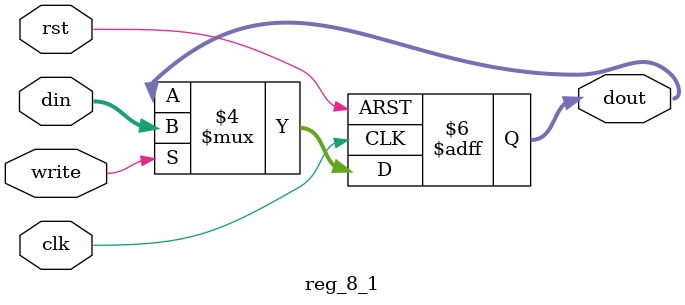
<source format=v>
module reg_8_1(clk,rst,write,din,dout);

output [7:0] dout;
input  clk,rst,write;
input  [7:0] din;

reg [7:0] dout;

always @ (posedge clk or negedge rst)
	begin
		if(!rst)
			dout  <= 8'h43;
		else 
		  if(write)
					 dout<=din;
		  else 
					 dout<=dout;
	end

endmodule
</source>
